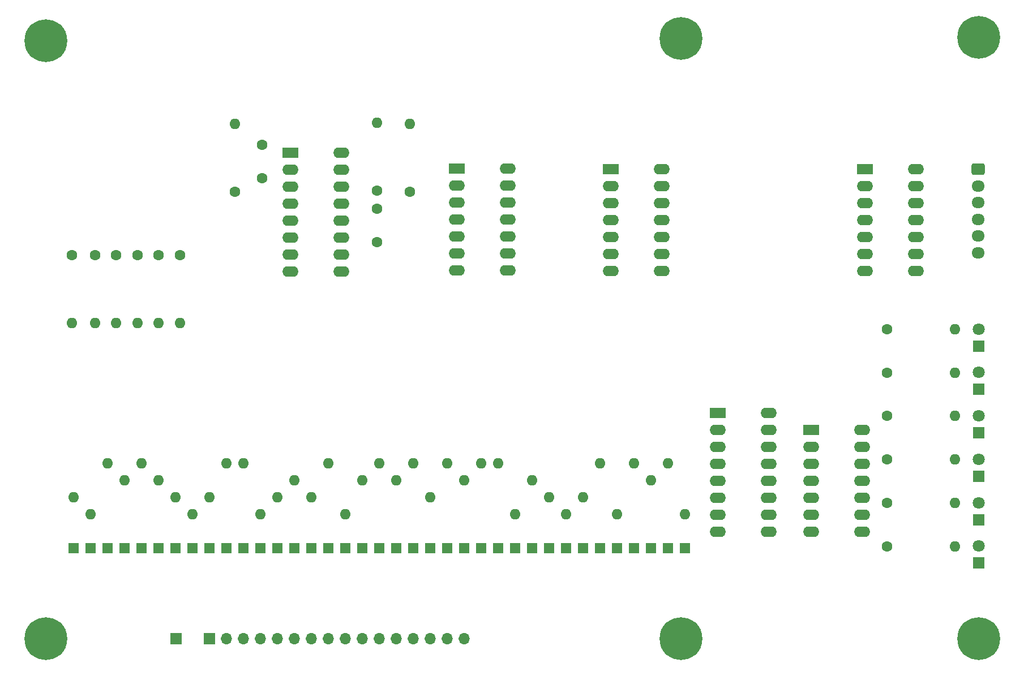
<source format=gbr>
%TF.GenerationSoftware,KiCad,Pcbnew,(6.0.4-0)*%
%TF.CreationDate,2024-05-14T13:38:24+10:00*%
%TF.ProjectId,Keyboard interface,4b657962-6f61-4726-9420-696e74657266,rev?*%
%TF.SameCoordinates,Original*%
%TF.FileFunction,Soldermask,Top*%
%TF.FilePolarity,Negative*%
%FSLAX46Y46*%
G04 Gerber Fmt 4.6, Leading zero omitted, Abs format (unit mm)*
G04 Created by KiCad (PCBNEW (6.0.4-0)) date 2024-05-14 13:38:24*
%MOMM*%
%LPD*%
G01*
G04 APERTURE LIST*
G04 Aperture macros list*
%AMRoundRect*
0 Rectangle with rounded corners*
0 $1 Rounding radius*
0 $2 $3 $4 $5 $6 $7 $8 $9 X,Y pos of 4 corners*
0 Add a 4 corners polygon primitive as box body*
4,1,4,$2,$3,$4,$5,$6,$7,$8,$9,$2,$3,0*
0 Add four circle primitives for the rounded corners*
1,1,$1+$1,$2,$3*
1,1,$1+$1,$4,$5*
1,1,$1+$1,$6,$7*
1,1,$1+$1,$8,$9*
0 Add four rect primitives between the rounded corners*
20,1,$1+$1,$2,$3,$4,$5,0*
20,1,$1+$1,$4,$5,$6,$7,0*
20,1,$1+$1,$6,$7,$8,$9,0*
20,1,$1+$1,$8,$9,$2,$3,0*%
G04 Aperture macros list end*
%ADD10R,2.400000X1.600000*%
%ADD11O,2.400000X1.600000*%
%ADD12R,1.800000X1.800000*%
%ADD13C,1.800000*%
%ADD14R,1.600000X1.600000*%
%ADD15O,1.600000X1.600000*%
%ADD16C,1.600000*%
%ADD17C,0.800000*%
%ADD18C,6.400000*%
%ADD19R,1.700000X1.700000*%
%ADD20O,1.700000X1.700000*%
%ADD21RoundRect,0.250000X-0.725000X0.600000X-0.725000X-0.600000X0.725000X-0.600000X0.725000X0.600000X0*%
%ADD22O,1.950000X1.700000*%
G04 APERTURE END LIST*
D10*
%TO.C,U5*%
X156000000Y-111220000D03*
D11*
X156000000Y-113760000D03*
X156000000Y-116300000D03*
X156000000Y-118840000D03*
X156000000Y-121380000D03*
X156000000Y-123920000D03*
X156000000Y-126460000D03*
X156000000Y-129000000D03*
X163620000Y-129000000D03*
X163620000Y-126460000D03*
X163620000Y-123920000D03*
X163620000Y-121380000D03*
X163620000Y-118840000D03*
X163620000Y-116300000D03*
X163620000Y-113760000D03*
X163620000Y-111220000D03*
%TD*%
D10*
%TO.C,U4*%
X178000000Y-74760000D03*
D11*
X178000000Y-77300000D03*
X178000000Y-79840000D03*
X178000000Y-82380000D03*
X178000000Y-84920000D03*
X178000000Y-87460000D03*
X178000000Y-90000000D03*
X185620000Y-90000000D03*
X185620000Y-87460000D03*
X185620000Y-84920000D03*
X185620000Y-82380000D03*
X185620000Y-79840000D03*
X185620000Y-77300000D03*
X185620000Y-74760000D03*
%TD*%
D10*
%TO.C,U6*%
X170000000Y-113760000D03*
D11*
X170000000Y-116300000D03*
X170000000Y-118840000D03*
X170000000Y-121380000D03*
X170000000Y-123920000D03*
X170000000Y-126460000D03*
X170000000Y-129000000D03*
X177620000Y-129000000D03*
X177620000Y-126460000D03*
X177620000Y-123920000D03*
X177620000Y-121380000D03*
X177620000Y-118840000D03*
X177620000Y-116300000D03*
X177620000Y-113760000D03*
%TD*%
D10*
%TO.C,U3*%
X140000000Y-74760000D03*
D11*
X140000000Y-77300000D03*
X140000000Y-79840000D03*
X140000000Y-82380000D03*
X140000000Y-84920000D03*
X140000000Y-87460000D03*
X140000000Y-90000000D03*
X147620000Y-90000000D03*
X147620000Y-87460000D03*
X147620000Y-84920000D03*
X147620000Y-82380000D03*
X147620000Y-79840000D03*
X147620000Y-77300000D03*
X147620000Y-74760000D03*
%TD*%
D12*
%TO.C,D1*%
X195000000Y-101240000D03*
D13*
X195000000Y-98700000D03*
%TD*%
D12*
%TO.C,D2*%
X195000000Y-107700000D03*
D13*
X195000000Y-105160000D03*
%TD*%
D12*
%TO.C,D3*%
X195000000Y-114240000D03*
D13*
X195000000Y-111700000D03*
%TD*%
D12*
%TO.C,D4*%
X195000000Y-120700000D03*
D13*
X195000000Y-118160000D03*
%TD*%
D12*
%TO.C,D5*%
X195000000Y-127240000D03*
D13*
X195000000Y-124700000D03*
%TD*%
D12*
%TO.C,D6*%
X195000000Y-133700000D03*
D13*
X195000000Y-131160000D03*
%TD*%
D10*
%TO.C,U1*%
X92075000Y-72263000D03*
D11*
X92075000Y-74803000D03*
X92075000Y-77343000D03*
X92075000Y-79883000D03*
X92075000Y-82423000D03*
X92075000Y-84963000D03*
X92075000Y-87503000D03*
X92075000Y-90043000D03*
X99695000Y-90043000D03*
X99695000Y-87503000D03*
X99695000Y-84963000D03*
X99695000Y-82423000D03*
X99695000Y-79883000D03*
X99695000Y-77343000D03*
X99695000Y-74803000D03*
X99695000Y-72263000D03*
%TD*%
D14*
%TO.C,D8*%
X62230000Y-131445000D03*
D15*
X62230000Y-126365000D03*
%TD*%
D16*
%TO.C,R1*%
X181340000Y-98700000D03*
D15*
X191500000Y-98700000D03*
%TD*%
D16*
%TO.C,R2*%
X181340000Y-105200000D03*
D15*
X191500000Y-105200000D03*
%TD*%
D16*
%TO.C,R3*%
X181340000Y-111700000D03*
D15*
X191500000Y-111700000D03*
%TD*%
D16*
%TO.C,R4*%
X181340000Y-118200000D03*
D15*
X191500000Y-118200000D03*
%TD*%
D16*
%TO.C,R5*%
X181340000Y-124700000D03*
D15*
X191500000Y-124700000D03*
%TD*%
D16*
%TO.C,R6*%
X181340000Y-131200000D03*
D15*
X191500000Y-131200000D03*
%TD*%
D16*
%TO.C,R7*%
X83820000Y-78105000D03*
D15*
X83820000Y-67945000D03*
%TD*%
D16*
%TO.C,R8*%
X105000000Y-78000000D03*
D15*
X105000000Y-67840000D03*
%TD*%
D16*
%TO.C,R9*%
X75565000Y-87630000D03*
D15*
X75565000Y-97790000D03*
%TD*%
D16*
%TO.C,R10*%
X72390000Y-87630000D03*
D15*
X72390000Y-97790000D03*
%TD*%
D16*
%TO.C,R11*%
X69215000Y-87630000D03*
D15*
X69215000Y-97790000D03*
%TD*%
D16*
%TO.C,R13*%
X62865000Y-87630000D03*
D15*
X62865000Y-97790000D03*
%TD*%
D16*
%TO.C,R14*%
X59436000Y-87630000D03*
D15*
X59436000Y-97790000D03*
%TD*%
D17*
%TO.C,H1*%
X53802944Y-53802944D03*
X57900000Y-55500000D03*
X55500000Y-53100000D03*
X55500000Y-57900000D03*
X53100000Y-55500000D03*
X57197056Y-57197056D03*
X53802944Y-57197056D03*
D18*
X55500000Y-55500000D03*
D17*
X57197056Y-53802944D03*
%TD*%
%TO.C,H2*%
X193302944Y-56697056D03*
D18*
X195000000Y-55000000D03*
D17*
X195000000Y-52600000D03*
X197400000Y-55000000D03*
X195000000Y-57400000D03*
X196697056Y-53302944D03*
X196697056Y-56697056D03*
X192600000Y-55000000D03*
X193302944Y-53302944D03*
%TD*%
%TO.C,H3*%
X196697056Y-143302944D03*
X197400000Y-145000000D03*
X192600000Y-145000000D03*
X193302944Y-146697056D03*
X196697056Y-146697056D03*
X195000000Y-147400000D03*
X195000000Y-142600000D03*
D18*
X195000000Y-145000000D03*
D17*
X193302944Y-143302944D03*
%TD*%
%TO.C,H4*%
X55500000Y-142600000D03*
X53100000Y-145000000D03*
X53802944Y-143302944D03*
D18*
X55500000Y-145000000D03*
D17*
X57900000Y-145000000D03*
X57197056Y-143302944D03*
X53802944Y-146697056D03*
X55500000Y-147400000D03*
X57197056Y-146697056D03*
%TD*%
D16*
%TO.C,R12*%
X66040000Y-87630000D03*
D15*
X66040000Y-97790000D03*
%TD*%
D14*
%TO.C,D7*%
X59690000Y-131445000D03*
D15*
X59690000Y-123825000D03*
%TD*%
D14*
%TO.C,D9*%
X64770000Y-131445000D03*
D15*
X64770000Y-118745000D03*
%TD*%
D14*
%TO.C,D10*%
X67310000Y-131445000D03*
D15*
X67310000Y-121285000D03*
%TD*%
D14*
%TO.C,D11*%
X69850000Y-131445000D03*
D15*
X69850000Y-118745000D03*
%TD*%
D14*
%TO.C,D12*%
X72390000Y-131445000D03*
D15*
X72390000Y-121285000D03*
%TD*%
D14*
%TO.C,D13*%
X74930000Y-131445000D03*
D15*
X74930000Y-123825000D03*
%TD*%
D14*
%TO.C,D14*%
X77470000Y-131445000D03*
D15*
X77470000Y-126365000D03*
%TD*%
D14*
%TO.C,D15*%
X80010000Y-131445000D03*
D15*
X80010000Y-123825000D03*
%TD*%
D14*
%TO.C,D16*%
X82550000Y-131445000D03*
D15*
X82550000Y-118745000D03*
%TD*%
D19*
%TO.C,J3*%
X75000000Y-145000000D03*
%TD*%
D14*
%TO.C,D17*%
X85090000Y-131445000D03*
D15*
X85090000Y-118745000D03*
%TD*%
D19*
%TO.C,J1*%
X80000000Y-145000000D03*
D20*
X82540000Y-145000000D03*
X85080000Y-145000000D03*
X87620000Y-145000000D03*
X90160000Y-145000000D03*
X92700000Y-145000000D03*
X95240000Y-145000000D03*
X97780000Y-145000000D03*
X100320000Y-145000000D03*
X102860000Y-145000000D03*
X105400000Y-145000000D03*
X107940000Y-145000000D03*
X110480000Y-145000000D03*
X113020000Y-145000000D03*
X115560000Y-145000000D03*
X118100000Y-145000000D03*
%TD*%
D14*
%TO.C,D18*%
X87630000Y-131445000D03*
D15*
X87630000Y-126365000D03*
%TD*%
D14*
%TO.C,D19*%
X90170000Y-131445000D03*
D15*
X90170000Y-123825000D03*
%TD*%
D14*
%TO.C,D20*%
X92710000Y-131445000D03*
D15*
X92710000Y-121285000D03*
%TD*%
D14*
%TO.C,D21*%
X95250000Y-131445000D03*
D15*
X95250000Y-123825000D03*
%TD*%
D14*
%TO.C,D22*%
X97790000Y-131445000D03*
D15*
X97790000Y-118745000D03*
%TD*%
D16*
%TO.C,R15*%
X109982000Y-78105000D03*
D15*
X109982000Y-67945000D03*
%TD*%
D14*
%TO.C,D23*%
X100330000Y-131445000D03*
D15*
X100330000Y-126365000D03*
%TD*%
D14*
%TO.C,D24*%
X102870000Y-131445000D03*
D15*
X102870000Y-121285000D03*
%TD*%
D14*
%TO.C,D25*%
X105410000Y-131445000D03*
D15*
X105410000Y-118745000D03*
%TD*%
D14*
%TO.C,D26*%
X107950000Y-131445000D03*
D15*
X107950000Y-121285000D03*
%TD*%
D14*
%TO.C,D27*%
X110490000Y-131445000D03*
D15*
X110490000Y-118745000D03*
%TD*%
D14*
%TO.C,D28*%
X113030000Y-131445000D03*
D15*
X113030000Y-123825000D03*
%TD*%
D14*
%TO.C,D29*%
X115570000Y-131445000D03*
D15*
X115570000Y-118745000D03*
%TD*%
D14*
%TO.C,D30*%
X118110000Y-131445000D03*
D15*
X118110000Y-121285000D03*
%TD*%
D14*
%TO.C,D31*%
X120650000Y-131445000D03*
D15*
X120650000Y-118745000D03*
%TD*%
D14*
%TO.C,D32*%
X123190000Y-131445000D03*
D15*
X123190000Y-118745000D03*
%TD*%
D14*
%TO.C,D33*%
X125730000Y-131445000D03*
D15*
X125730000Y-126365000D03*
%TD*%
D14*
%TO.C,D34*%
X128270000Y-131445000D03*
D15*
X128270000Y-121285000D03*
%TD*%
D14*
%TO.C,D35*%
X130810000Y-131445000D03*
D15*
X130810000Y-123825000D03*
%TD*%
D14*
%TO.C,D36*%
X133350000Y-131445000D03*
D15*
X133350000Y-126365000D03*
%TD*%
D14*
%TO.C,D37*%
X135890000Y-131445000D03*
D15*
X135890000Y-123825000D03*
%TD*%
D14*
%TO.C,D38*%
X138430000Y-131445000D03*
D15*
X138430000Y-118745000D03*
%TD*%
D14*
%TO.C,D39*%
X140970000Y-131445000D03*
D15*
X140970000Y-126365000D03*
%TD*%
D14*
%TO.C,D40*%
X143510000Y-131445000D03*
D15*
X143510000Y-118745000D03*
%TD*%
D14*
%TO.C,D41*%
X146050000Y-131445000D03*
D15*
X146050000Y-121285000D03*
%TD*%
D14*
%TO.C,D42*%
X148590000Y-131445000D03*
D15*
X148590000Y-118745000D03*
%TD*%
D14*
%TO.C,D43*%
X151130000Y-131445000D03*
D15*
X151130000Y-126365000D03*
%TD*%
D16*
%TO.C,C1*%
X87884000Y-71120000D03*
X87884000Y-76120000D03*
%TD*%
%TO.C,C2*%
X105029000Y-80685000D03*
X105029000Y-85685000D03*
%TD*%
D17*
%TO.C,H5*%
X152900000Y-55197056D03*
X152197056Y-56894112D03*
X148802944Y-56894112D03*
X148100000Y-55197056D03*
X150500000Y-52797056D03*
X152197056Y-53500000D03*
D18*
X150500000Y-55197056D03*
D17*
X148802944Y-53500000D03*
X150500000Y-57597056D03*
%TD*%
%TO.C,H6*%
X148802944Y-143302944D03*
D18*
X150500000Y-145000000D03*
D17*
X152197056Y-143302944D03*
X152900000Y-145000000D03*
X148100000Y-145000000D03*
X150500000Y-147400000D03*
X148802944Y-146697056D03*
X150500000Y-142600000D03*
X152197056Y-146697056D03*
%TD*%
D21*
%TO.C,J2*%
X194962000Y-74776000D03*
D22*
X194962000Y-77276000D03*
X194962000Y-79776000D03*
X194962000Y-82276000D03*
X194962000Y-84776000D03*
X194962000Y-87276000D03*
%TD*%
D10*
%TO.C,U2*%
X117000000Y-74700000D03*
D11*
X117000000Y-77240000D03*
X117000000Y-79780000D03*
X117000000Y-82320000D03*
X117000000Y-84860000D03*
X117000000Y-87400000D03*
X117000000Y-89940000D03*
X124620000Y-89940000D03*
X124620000Y-87400000D03*
X124620000Y-84860000D03*
X124620000Y-82320000D03*
X124620000Y-79780000D03*
X124620000Y-77240000D03*
X124620000Y-74700000D03*
%TD*%
M02*

</source>
